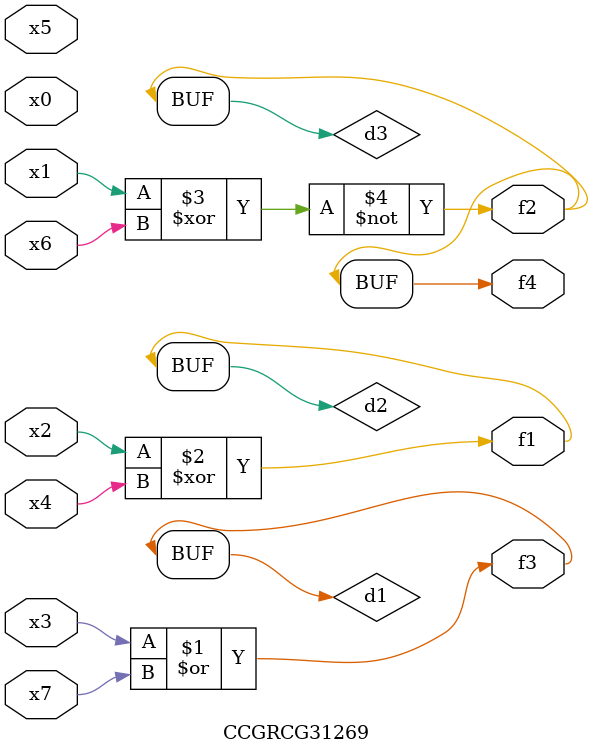
<source format=v>
module CCGRCG31269(
	input x0, x1, x2, x3, x4, x5, x6, x7,
	output f1, f2, f3, f4
);

	wire d1, d2, d3;

	or (d1, x3, x7);
	xor (d2, x2, x4);
	xnor (d3, x1, x6);
	assign f1 = d2;
	assign f2 = d3;
	assign f3 = d1;
	assign f4 = d3;
endmodule

</source>
